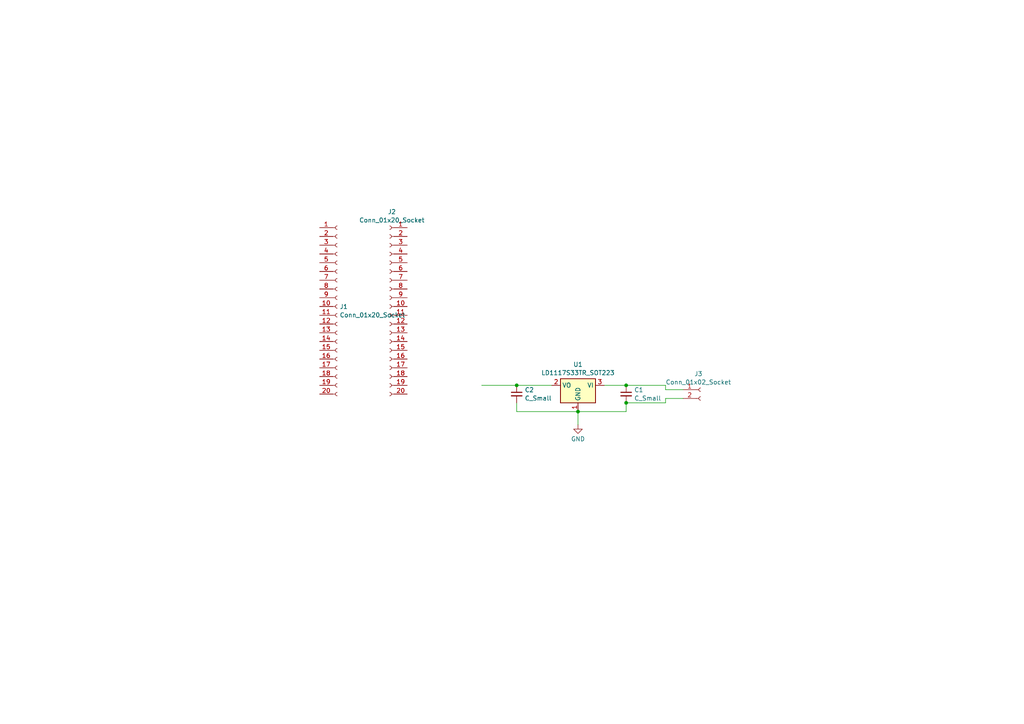
<source format=kicad_sch>
(kicad_sch (version 20230121) (generator eeschema)
  (paper "A4")
  (lib_symbols
    (symbol "Connector:Conn_01x02_Socket" (pin_names (offset 1.016) hide)
      (property "Reference" "J" (at 0 2.54 0))
      (property "Value" "Conn_01x02_Socket" (at 0 -5.08 0))
      (symbol "Conn_01x02_Socket_1_1"
        (arc (start 0 -2.032) (mid -0.5058 -2.54) (end 0 -3.048) (stroke (width 0.1524)))
        (polyline (pts (xy -1.27 -2.54) (xy -0.508 -2.54)) (stroke (width 0.1524)))
        (polyline (pts (xy -1.27 0) (xy -0.508 0)) (stroke (width 0.1524)))
        (arc (start 0 0.508) (mid -0.5058 0) (end 0 -0.508) (stroke (width 0.1524)))
        (pin passive line (at -5.08 0 0) (length 3.81) (name "Pin_1") (number "1"))
        (pin passive line (at -5.08 -2.54 0) (length 3.81) (name "Pin_2") (number "2"))
      )
    )
    (symbol "Connector:Conn_01x20_Socket" (pin_names (offset 1.016) hide)
      (property "Reference" "J" (at 0 25.4 0))
      (property "Value" "Conn_01x20_Socket" (at 0 -27.94 0))
      (symbol "Conn_01x20_Socket_1_1"
        (arc (start 0 -24.892) (mid -0.5058 -25.4) (end 0 -25.908) (stroke (width 0.1524)))
        (arc (start 0 -22.352) (mid -0.5058 -22.86) (end 0 -23.368) (stroke (width 0.1524)))
        (arc (start 0 -19.812) (mid -0.5058 -20.32) (end 0 -20.828) (stroke (width 0.1524)))
        (arc (start 0 -17.272) (mid -0.5058 -17.78) (end 0 -18.288) (stroke (width 0.1524)))
        (arc (start 0 -14.732) (mid -0.5058 -15.24) (end 0 -15.748) (stroke (width 0.1524)))
        (arc (start 0 -12.192) (mid -0.5058 -12.7) (end 0 -13.208) (stroke (width 0.1524)))
        (arc (start 0 -9.652) (mid -0.5058 -10.16) (end 0 -10.668) (stroke (width 0.1524)))
        (arc (start 0 -7.112) (mid -0.5058 -7.62) (end 0 -8.128) (stroke (width 0.1524)))
        (arc (start 0 -4.572) (mid -0.5058 -5.08) (end 0 -5.588) (stroke (width 0.1524)))
        (arc (start 0 -2.032) (mid -0.5058 -2.54) (end 0 -3.048) (stroke (width 0.1524)))
        (polyline (pts (xy -1.27 -25.4) (xy -0.508 -25.4)) (stroke (width 0.1524)))
        (polyline (pts (xy -1.27 -22.86) (xy -0.508 -22.86)) (stroke (width 0.1524)))
        (polyline (pts (xy -1.27 -20.32) (xy -0.508 -20.32)) (stroke (width 0.1524)))
        (polyline (pts (xy -1.27 -17.78) (xy -0.508 -17.78)) (stroke (width 0.1524)))
        (polyline (pts (xy -1.27 -15.24) (xy -0.508 -15.24)) (stroke (width 0.1524)))
        (polyline (pts (xy -1.27 -12.7) (xy -0.508 -12.7)) (stroke (width 0.1524)))
        (polyline (pts (xy -1.27 -10.16) (xy -0.508 -10.16)) (stroke (width 0.1524)))
        (polyline (pts (xy -1.27 -7.62) (xy -0.508 -7.62)) (stroke (width 0.1524)))
        (polyline (pts (xy -1.27 -5.08) (xy -0.508 -5.08)) (stroke (width 0.1524)))
        (polyline (pts (xy -1.27 -2.54) (xy -0.508 -2.54)) (stroke (width 0.1524)))
        (polyline (pts (xy -1.27 0) (xy -0.508 0)) (stroke (width 0.1524)))
        (polyline (pts (xy -1.27 2.54) (xy -0.508 2.54)) (stroke (width 0.1524)))
        (polyline (pts (xy -1.27 5.08) (xy -0.508 5.08)) (stroke (width 0.1524)))
        (polyline (pts (xy -1.27 7.62) (xy -0.508 7.62)) (stroke (width 0.1524)))
        (polyline (pts (xy -1.27 10.16) (xy -0.508 10.16)) (stroke (width 0.1524)))
        (polyline (pts (xy -1.27 12.7) (xy -0.508 12.7)) (stroke (width 0.1524)))
        (polyline (pts (xy -1.27 15.24) (xy -0.508 15.24)) (stroke (width 0.1524)))
        (polyline (pts (xy -1.27 17.78) (xy -0.508 17.78)) (stroke (width 0.1524)))
        (polyline (pts (xy -1.27 20.32) (xy -0.508 20.32)) (stroke (width 0.1524)))
        (polyline (pts (xy -1.27 22.86) (xy -0.508 22.86)) (stroke (width 0.1524)))
        (arc (start 0 0.508) (mid -0.5058 0) (end 0 -0.508) (stroke (width 0.1524)))
        (arc (start 0 3.048) (mid -0.5058 2.54) (end 0 2.032) (stroke (width 0.1524)))
        (arc (start 0 5.588) (mid -0.5058 5.08) (end 0 4.572) (stroke (width 0.1524)))
        (arc (start 0 8.128) (mid -0.5058 7.62) (end 0 7.112) (stroke (width 0.1524)))
        (arc (start 0 10.668) (mid -0.5058 10.16) (end 0 9.652) (stroke (width 0.1524)))
        (arc (start 0 13.208) (mid -0.5058 12.7) (end 0 12.192) (stroke (width 0.1524)))
        (arc (start 0 15.748) (mid -0.5058 15.24) (end 0 14.732) (stroke (width 0.1524)))
        (arc (start 0 18.288) (mid -0.5058 17.78) (end 0 17.272) (stroke (width 0.1524)))
        (arc (start 0 20.828) (mid -0.5058 20.32) (end 0 19.812) (stroke (width 0.1524)))
        (arc (start 0 23.368) (mid -0.5058 22.86) (end 0 22.352) (stroke (width 0.1524)))
        (pin passive line (at -5.08 22.86 0) (length 3.81) (name "Pin_1") (number "1"))
        (pin passive line (at -5.08 0 0) (length 3.81) (name "Pin_10") (number "10"))
        (pin passive line (at -5.08 -2.54 0) (length 3.81) (name "Pin_11") (number "11"))
        (pin passive line (at -5.08 -5.08 0) (length 3.81) (name "Pin_12") (number "12"))
        (pin passive line (at -5.08 -7.62 0) (length 3.81) (name "Pin_13") (number "13"))
        (pin passive line (at -5.08 -10.16 0) (length 3.81) (name "Pin_14") (number "14"))
        (pin passive line (at -5.08 -12.7 0) (length 3.81) (name "Pin_15") (number "15"))
        (pin passive line (at -5.08 -15.24 0) (length 3.81) (name "Pin_16") (number "16"))
        (pin passive line (at -5.08 -17.78 0) (length 3.81) (name "Pin_17") (number "17"))
        (pin passive line (at -5.08 -20.32 0) (length 3.81) (name "Pin_18") (number "18"))
        (pin passive line (at -5.08 -22.86 0) (length 3.81) (name "Pin_19") (number "19"))
        (pin passive line (at -5.08 20.32 0) (length 3.81) (name "Pin_2") (number "2"))
        (pin passive line (at -5.08 -25.4 0) (length 3.81) (name "Pin_20") (number "20"))
        (pin passive line (at -5.08 17.78 0) (length 3.81) (name "Pin_3") (number "3"))
        (pin passive line (at -5.08 15.24 0) (length 3.81) (name "Pin_4") (number "4"))
        (pin passive line (at -5.08 12.7 0) (length 3.81) (name "Pin_5") (number "5"))
        (pin passive line (at -5.08 10.16 0) (length 3.81) (name "Pin_6") (number "6"))
        (pin passive line (at -5.08 7.62 0) (length 3.81) (name "Pin_7") (number "7"))
        (pin passive line (at -5.08 5.08 0) (length 3.81) (name "Pin_8") (number "8"))
        (pin passive line (at -5.08 2.54 0) (length 3.81) (name "Pin_9") (number "9"))
      )
    )
    (symbol "Device:C_Small" (pin_numbers hide) (pin_names (offset 0.254) hide)
      (property "Reference" "C" (at 0.254 1.778 0))
      (property "Value" "C_Small" (at 0.254 -2.032 0))
      (symbol "C_Small_0_1"
        (polyline (pts (xy -1.524 -0.508) (xy 1.524 -0.508)) (stroke (width 0.3302)))
        (polyline (pts (xy -1.524 0.508) (xy 1.524 0.508)) (stroke (width 0.3048)))
      )
      (symbol "C_Small_1_1"
        (pin passive line (at 0 2.54 270) (length 2.032) (name "~") (number "1"))
        (pin passive line (at 0 -2.54 90) (length 2.032) (name "~") (number "2"))
      )
    )
    (symbol "Regulator_Linear:LD1117S33TR_SOT223"
      (property "Reference" "U" (at -3.81 3.175 0))
      (property "Value" "LD1117S33TR_SOT223" (at 0 3.175 0))
      (symbol "LD1117S33TR_SOT223_0_1"
        (rectangle (start -5.08 -5.08) (end 5.08 1.905) (stroke (width 0.254)) (fill (type background)))
      )
      (symbol "LD1117S33TR_SOT223_1_1"
        (pin power_in line (at 0 -7.62 90) (length 2.54) (name "GND") (number "1"))
        (pin power_out line (at 7.62 0 180) (length 2.54) (name "VO") (number "2"))
        (pin power_in line (at -7.62 0 0) (length 2.54) (name "VI") (number "3"))
      )
    )
    (symbol "power:GND" (power) (pin_names (offset 0))
      (property "Value" "GND" (at 0 -3.81 0))
      (symbol "GND_0_1"
        (polyline (pts (xy 0 0) (xy 0 -1.27) (xy 1.27 -1.27) (xy 0 -2.54) (xy -1.27 -1.27) (xy 0 -1.27)))
      )
      (symbol "GND_1_1"
        (pin power_in line (at 0 0 270) (length 0) hide (name "GND") (number "1"))
      )
    )
  )
  (junction (at 181.61 111.76))
  (junction (at 181.61 116.84))
  (junction (at 149.86 111.76))
  (junction (at 167.64 119.38))
  (wire (pts (xy 139.7 111.76) (xy 149.86 111.76)))
  (wire (pts (xy 149.86 111.76) (xy 160.02 111.76)))
  (wire (pts (xy 193.04 111.76) (xy 181.61 111.76)))
  (wire (pts (xy 193.04 115.57) (xy 193.04 116.84)))
  (wire (pts (xy 167.64 119.38) (xy 167.64 123.19)))
  (wire (pts (xy 181.61 119.38) (xy 167.64 119.38)))
  (wire (pts (xy 193.04 113.03) (xy 193.04 111.76)))
  (wire (pts (xy 149.86 119.38) (xy 149.86 116.84)))
  (wire (pts (xy 175.26 111.76) (xy 181.61 111.76)))
  (wire (pts (xy 198.12 115.57) (xy 193.04 115.57)))
  (wire (pts (xy 198.12 113.03) (xy 193.04 113.03)))
  (wire (pts (xy 167.64 119.38) (xy 149.86 119.38)))
  (wire (pts (xy 181.61 116.84) (xy 181.61 119.38)))
  (wire (pts (xy 193.04 116.84) (xy 181.61 116.84)))
  (symbol (lib_id "Device:C_Small") (at 149.86 114.3 0) (unit 1)
    (property "Reference" "C2" (at 152.1841 113.0942 0) (effects (justify left)))
    (property "Value" "C_Small" (at 152.1841 115.5184 0) (effects (justify left)))
    (property "Footprint" "Capacitor_THT:CP_Axial_L21.0mm_D8.0mm_P28.00mm_Horizontal" (effects hide))
  )
  (symbol (lib_id "Regulator_Linear:LD1117S33TR_SOT223") (at 167.64 111.76 0) (mirror y) (unit 1)
    (property "Reference" "U1" (at 167.64 105.7107 0))
    (property "Value" "LD1117S33TR_SOT223" (at 167.64 108.1349 0))
    (property "Footprint" "Package_TO_SOT_SMD:SOT-223-3_TabPin2" (effects hide))
    (property "Datasheet" "http://www.st.com/st-web-ui/static/active/en/resource/technical/document/datasheet/CD00000544.pdf" (effects hide))
  )
  (symbol (lib_id "Device:C_Small") (at 181.61 114.3 0) (unit 1)
    (property "Reference" "C1" (at 183.9341 113.0942 0) (effects (justify left)))
    (property "Value" "C_Small" (at 183.9341 115.5184 0) (effects (justify left)))
    (property "Footprint" "Capacitor_THT:CP_Axial_L21.0mm_D8.0mm_P28.00mm_Horizontal" (effects hide))
  )
  (symbol (lib_id "power:GND") (at 167.64 123.19 0) (unit 1)
    (property "Reference" "#PWR01" (effects hide))
    (property "Value" "GND" (at 167.64 127.3231 0))
  )
  (symbol (lib_id "Connector:Conn_01x20_Socket") (at 97.79 88.9 0) (unit 1)
    (property "Reference" "J1" (at 98.5012 88.9579 0) (effects (justify left)))
    (property "Value" "Conn_01x20_Socket" (at 98.5012 91.3821 0) (effects (justify left)))
    (property "Footprint" "Connector_PinSocket_2.54mm:PinSocket_1x20_P2.54mm_Vertical" (effects hide))
  )
  (symbol (lib_id "Connector:Conn_01x20_Socket") (at 113.03 88.9 0) (mirror y) (unit 1)
    (property "Reference" "J2" (at 113.665 61.4385 0))
    (property "Value" "Conn_01x20_Socket" (at 113.665 63.8627 0))
    (property "Footprint" "Connector_PinSocket_2.54mm:PinSocket_1x20_P2.54mm_Vertical" (effects hide))
  )
  (symbol (lib_id "Connector:Conn_01x02_Socket") (at 203.2 113.03 0) (unit 1)
    (property "Reference" "J3" (at 202.565 108.4285 0))
    (property "Value" "Conn_01x02_Socket" (at 202.565 110.8527 0))
    (property "Footprint" "Connector_Molex:Molex_Micro-Fit_3.0_43650-0200_1x02_P3.00mm_Horizontal" (effects hide))
  )
)
</source>
